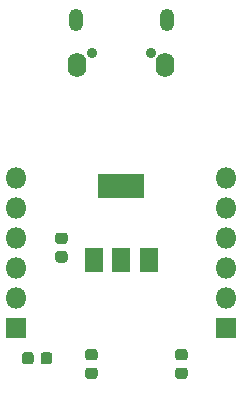
<source format=gbs>
%TF.GenerationSoftware,KiCad,Pcbnew,(5.1.6)-1*%
%TF.CreationDate,2020-11-18T13:32:08+05:30*%
%TF.ProjectId,ATTiny85 Development Board,41545469-6e79-4383-9520-446576656c6f,rev?*%
%TF.SameCoordinates,Original*%
%TF.FileFunction,Soldermask,Bot*%
%TF.FilePolarity,Negative*%
%FSLAX46Y46*%
G04 Gerber Fmt 4.6, Leading zero omitted, Abs format (unit mm)*
G04 Created by KiCad (PCBNEW (5.1.6)-1) date 2020-11-18 13:32:08*
%MOMM*%
%LPD*%
G01*
G04 APERTURE LIST*
%ADD10O,1.800000X1.800000*%
%ADD11R,1.800000X1.800000*%
%ADD12O,0.900000X0.900000*%
%ADD13O,1.250000X1.900000*%
%ADD14O,1.550000X2.100000*%
%ADD15R,3.900000X2.100000*%
%ADD16R,1.600000X2.100000*%
G04 APERTURE END LIST*
D10*
%TO.C,J3*%
X146050000Y-115570000D03*
X146050000Y-118110000D03*
X146050000Y-120650000D03*
X146050000Y-123190000D03*
X146050000Y-125730000D03*
D11*
X146050000Y-128270000D03*
%TD*%
D12*
%TO.C,J1*%
X134660000Y-104940000D03*
X139660000Y-104940000D03*
D13*
X133285000Y-102190000D03*
X141035000Y-102190000D03*
D14*
X133435000Y-105990000D03*
X140885000Y-105990000D03*
%TD*%
%TO.C,C3*%
G36*
G01*
X134338750Y-130017500D02*
X134901250Y-130017500D01*
G75*
G02*
X135145000Y-130261250I0J-243750D01*
G01*
X135145000Y-130748750D01*
G75*
G02*
X134901250Y-130992500I-243750J0D01*
G01*
X134338750Y-130992500D01*
G75*
G02*
X134095000Y-130748750I0J243750D01*
G01*
X134095000Y-130261250D01*
G75*
G02*
X134338750Y-130017500I243750J0D01*
G01*
G37*
G36*
G01*
X134338750Y-131592500D02*
X134901250Y-131592500D01*
G75*
G02*
X135145000Y-131836250I0J-243750D01*
G01*
X135145000Y-132323750D01*
G75*
G02*
X134901250Y-132567500I-243750J0D01*
G01*
X134338750Y-132567500D01*
G75*
G02*
X134095000Y-132323750I0J243750D01*
G01*
X134095000Y-131836250D01*
G75*
G02*
X134338750Y-131592500I243750J0D01*
G01*
G37*
%TD*%
%TO.C,C4*%
G36*
G01*
X141958750Y-131592500D02*
X142521250Y-131592500D01*
G75*
G02*
X142765000Y-131836250I0J-243750D01*
G01*
X142765000Y-132323750D01*
G75*
G02*
X142521250Y-132567500I-243750J0D01*
G01*
X141958750Y-132567500D01*
G75*
G02*
X141715000Y-132323750I0J243750D01*
G01*
X141715000Y-131836250D01*
G75*
G02*
X141958750Y-131592500I243750J0D01*
G01*
G37*
G36*
G01*
X141958750Y-130017500D02*
X142521250Y-130017500D01*
G75*
G02*
X142765000Y-130261250I0J-243750D01*
G01*
X142765000Y-130748750D01*
G75*
G02*
X142521250Y-130992500I-243750J0D01*
G01*
X141958750Y-130992500D01*
G75*
G02*
X141715000Y-130748750I0J243750D01*
G01*
X141715000Y-130261250D01*
G75*
G02*
X141958750Y-130017500I243750J0D01*
G01*
G37*
%TD*%
D11*
%TO.C,J2*%
X128270000Y-128270000D03*
D10*
X128270000Y-125730000D03*
X128270000Y-123190000D03*
X128270000Y-120650000D03*
X128270000Y-118110000D03*
X128270000Y-115570000D03*
%TD*%
%TO.C,R2*%
G36*
G01*
X131297500Y-130528750D02*
X131297500Y-131091250D01*
G75*
G02*
X131053750Y-131335000I-243750J0D01*
G01*
X130566250Y-131335000D01*
G75*
G02*
X130322500Y-131091250I0J243750D01*
G01*
X130322500Y-130528750D01*
G75*
G02*
X130566250Y-130285000I243750J0D01*
G01*
X131053750Y-130285000D01*
G75*
G02*
X131297500Y-130528750I0J-243750D01*
G01*
G37*
G36*
G01*
X129722500Y-130528750D02*
X129722500Y-131091250D01*
G75*
G02*
X129478750Y-131335000I-243750J0D01*
G01*
X128991250Y-131335000D01*
G75*
G02*
X128747500Y-131091250I0J243750D01*
G01*
X128747500Y-130528750D01*
G75*
G02*
X128991250Y-130285000I243750J0D01*
G01*
X129478750Y-130285000D01*
G75*
G02*
X129722500Y-130528750I0J-243750D01*
G01*
G37*
%TD*%
%TO.C,R3*%
G36*
G01*
X132361250Y-121137500D02*
X131798750Y-121137500D01*
G75*
G02*
X131555000Y-120893750I0J243750D01*
G01*
X131555000Y-120406250D01*
G75*
G02*
X131798750Y-120162500I243750J0D01*
G01*
X132361250Y-120162500D01*
G75*
G02*
X132605000Y-120406250I0J-243750D01*
G01*
X132605000Y-120893750D01*
G75*
G02*
X132361250Y-121137500I-243750J0D01*
G01*
G37*
G36*
G01*
X132361250Y-122712500D02*
X131798750Y-122712500D01*
G75*
G02*
X131555000Y-122468750I0J243750D01*
G01*
X131555000Y-121981250D01*
G75*
G02*
X131798750Y-121737500I243750J0D01*
G01*
X132361250Y-121737500D01*
G75*
G02*
X132605000Y-121981250I0J-243750D01*
G01*
X132605000Y-122468750D01*
G75*
G02*
X132361250Y-122712500I-243750J0D01*
G01*
G37*
%TD*%
D15*
%TO.C,U3*%
X137160000Y-116230000D03*
D16*
X137160000Y-122530000D03*
X134860000Y-122530000D03*
X139460000Y-122530000D03*
%TD*%
M02*

</source>
